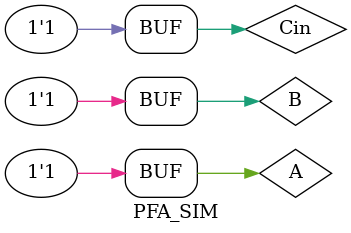
<source format=v>
`timescale 1ns / 1ps
module PFA_SIM();
reg A, B, Cin;
wire S, G, P;


PFA UUT(
.A(A),
.B(B),
.Cin(Cin),
.S(S),
.G(G),
.P(P)

);

initial begin

{A, B, Cin} = 3'd0;
#5 {A, B, Cin} = 3'd1;
#5 {A, B, Cin} = 3'd2;
#5 {A, B, Cin} = 3'd3;
#5 {A, B, Cin} = 3'd4;
#5 {A, B, Cin} = 3'd5;
#5 {A, B, Cin} = 3'd6;
#5 {A, B, Cin} = 3'd7;

end

endmodule
</source>
